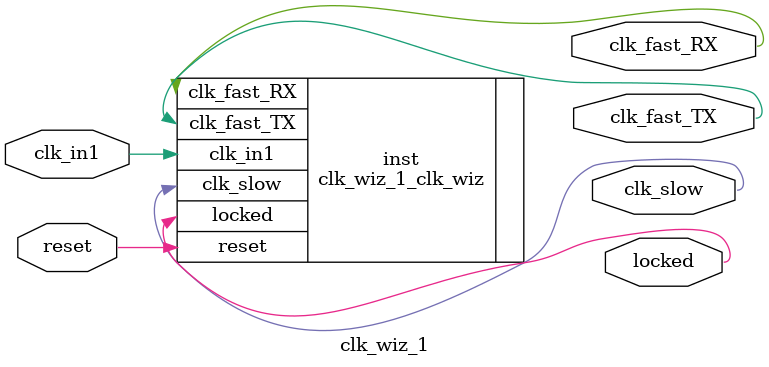
<source format=v>


`timescale 1ps/1ps

(* CORE_GENERATION_INFO = "clk_wiz_1,clk_wiz_v6_0_12_0_0,{component_name=clk_wiz_1,use_phase_alignment=true,use_min_o_jitter=false,use_max_i_jitter=false,use_dyn_phase_shift=false,use_inclk_switchover=false,use_dyn_reconfig=false,enable_axi=0,feedback_source=FDBK_AUTO,PRIMITIVE=MMCM,num_out_clk=3,clkin1_period=10.000,clkin2_period=10.000,use_power_down=false,use_reset=true,use_locked=true,use_inclk_stopped=false,feedback_type=SINGLE,CLOCK_MGR_TYPE=NA,manual_override=false}" *)

module clk_wiz_1 
 (
  // Clock out ports
  output        clk_fast_TX,
  output        clk_fast_RX,
  output        clk_slow,
  // Status and control signals
  input         reset,
  output        locked,
 // Clock in ports
  input         clk_in1
 );

  clk_wiz_1_clk_wiz inst
  (
  // Clock out ports  
  .clk_fast_TX(clk_fast_TX),
  .clk_fast_RX(clk_fast_RX),
  .clk_slow(clk_slow),
  // Status and control signals               
  .reset(reset), 
  .locked(locked),
 // Clock in ports
  .clk_in1(clk_in1)
  );

endmodule

</source>
